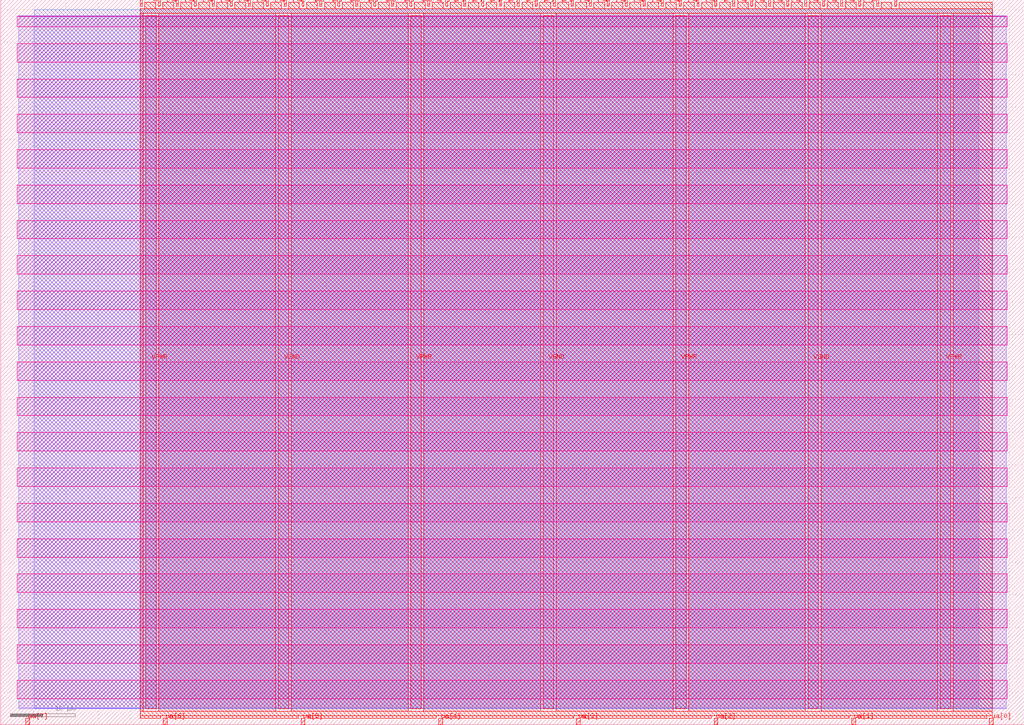
<source format=lef>
VERSION 5.7 ;
  NOWIREEXTENSIONATPIN ON ;
  DIVIDERCHAR "/" ;
  BUSBITCHARS "[]" ;
MACRO tt_um_urish_ringosc_cnt
  CLASS BLOCK ;
  FOREIGN tt_um_urish_ringosc_cnt ;
  ORIGIN 0.000 0.000 ;
  SIZE 157.320 BY 111.520 ;
  PIN VGND
    DIRECTION INOUT ;
    USE GROUND ;
    PORT
      LAYER met4 ;
        RECT 42.670 2.480 44.270 109.040 ;
    END
    PORT
      LAYER met4 ;
        RECT 83.380 2.480 84.980 109.040 ;
    END
    PORT
      LAYER met4 ;
        RECT 124.090 2.480 125.690 109.040 ;
    END
  END VGND
  PIN VPWR
    DIRECTION INOUT ;
    USE POWER ;
    PORT
      LAYER met4 ;
        RECT 22.315 2.480 23.915 109.040 ;
    END
    PORT
      LAYER met4 ;
        RECT 63.025 2.480 64.625 109.040 ;
    END
    PORT
      LAYER met4 ;
        RECT 103.735 2.480 105.335 109.040 ;
    END
    PORT
      LAYER met4 ;
        RECT 144.445 2.480 146.045 109.040 ;
    END
  END VPWR
  PIN clk
    DIRECTION INPUT ;
    USE SIGNAL ;
    PORT
      LAYER met4 ;
        RECT 134.630 110.520 134.930 111.520 ;
    END
  END clk
  PIN ena
    DIRECTION INPUT ;
    USE SIGNAL ;
    PORT
      LAYER met4 ;
        RECT 137.390 110.520 137.690 111.520 ;
    END
  END ena
  PIN rst_n
    DIRECTION INPUT ;
    USE SIGNAL ;
    PORT
      LAYER met4 ;
        RECT 131.870 110.520 132.170 111.520 ;
    END
  END rst_n
  PIN ua[0]
    DIRECTION INOUT ;
    USE SIGNAL ;
    ANTENNADIFFAREA 0.795200 ;
    PORT
      LAYER met4 ;
        RECT 151.960 0.000 152.560 1.000 ;
    END
  END ua[0]
  PIN ua[1]
    DIRECTION INOUT ;
    USE SIGNAL ;
    ANTENNAGATEAREA 0.213000 ;
    PORT
      LAYER met4 ;
        RECT 130.800 0.000 131.400 1.000 ;
    END
  END ua[1]
  PIN ua[2]
    DIRECTION INOUT ;
    USE SIGNAL ;
    PORT
      LAYER met4 ;
        RECT 109.640 0.000 110.240 1.000 ;
    END
  END ua[2]
  PIN ua[3]
    DIRECTION INOUT ;
    USE SIGNAL ;
    PORT
      LAYER met4 ;
        RECT 88.480 0.000 89.080 1.000 ;
    END
  END ua[3]
  PIN ua[4]
    DIRECTION INOUT ;
    USE SIGNAL ;
    PORT
      LAYER met4 ;
        RECT 67.320 0.000 67.920 1.000 ;
    END
  END ua[4]
  PIN ua[5]
    DIRECTION INOUT ;
    USE SIGNAL ;
    PORT
      LAYER met4 ;
        RECT 46.160 0.000 46.760 1.000 ;
    END
  END ua[5]
  PIN ua[6]
    DIRECTION INOUT ;
    USE SIGNAL ;
    PORT
      LAYER met4 ;
        RECT 25.000 0.000 25.600 1.000 ;
    END
  END ua[6]
  PIN ua[7]
    DIRECTION INOUT ;
    USE SIGNAL ;
    PORT
      LAYER met4 ;
        RECT 3.840 0.000 4.440 1.000 ;
    END
  END ua[7]
  PIN ui_in[0]
    DIRECTION INPUT ;
    USE SIGNAL ;
    ANTENNAGATEAREA 0.196500 ;
    PORT
      LAYER met4 ;
        RECT 129.110 110.520 129.410 111.520 ;
    END
  END ui_in[0]
  PIN ui_in[1]
    DIRECTION INPUT ;
    USE SIGNAL ;
    ANTENNAGATEAREA 0.196500 ;
    PORT
      LAYER met4 ;
        RECT 126.350 110.520 126.650 111.520 ;
    END
  END ui_in[1]
  PIN ui_in[2]
    DIRECTION INPUT ;
    USE SIGNAL ;
    ANTENNAGATEAREA 0.213000 ;
    PORT
      LAYER met4 ;
        RECT 123.590 110.520 123.890 111.520 ;
    END
  END ui_in[2]
  PIN ui_in[3]
    DIRECTION INPUT ;
    USE SIGNAL ;
    ANTENNAGATEAREA 0.196500 ;
    PORT
      LAYER met4 ;
        RECT 120.830 110.520 121.130 111.520 ;
    END
  END ui_in[3]
  PIN ui_in[4]
    DIRECTION INPUT ;
    USE SIGNAL ;
    ANTENNAGATEAREA 0.196500 ;
    PORT
      LAYER met4 ;
        RECT 118.070 110.520 118.370 111.520 ;
    END
  END ui_in[4]
  PIN ui_in[5]
    DIRECTION INPUT ;
    USE SIGNAL ;
    ANTENNAGATEAREA 0.213000 ;
    PORT
      LAYER met4 ;
        RECT 115.310 110.520 115.610 111.520 ;
    END
  END ui_in[5]
  PIN ui_in[6]
    DIRECTION INPUT ;
    USE SIGNAL ;
    ANTENNAGATEAREA 0.196500 ;
    PORT
      LAYER met4 ;
        RECT 112.550 110.520 112.850 111.520 ;
    END
  END ui_in[6]
  PIN ui_in[7]
    DIRECTION INPUT ;
    USE SIGNAL ;
    ANTENNAGATEAREA 0.196500 ;
    PORT
      LAYER met4 ;
        RECT 109.790 110.520 110.090 111.520 ;
    END
  END ui_in[7]
  PIN uio_in[0]
    DIRECTION INPUT ;
    USE SIGNAL ;
    PORT
      LAYER met4 ;
        RECT 107.030 110.520 107.330 111.520 ;
    END
  END uio_in[0]
  PIN uio_in[1]
    DIRECTION INPUT ;
    USE SIGNAL ;
    PORT
      LAYER met4 ;
        RECT 104.270 110.520 104.570 111.520 ;
    END
  END uio_in[1]
  PIN uio_in[2]
    DIRECTION INPUT ;
    USE SIGNAL ;
    PORT
      LAYER met4 ;
        RECT 101.510 110.520 101.810 111.520 ;
    END
  END uio_in[2]
  PIN uio_in[3]
    DIRECTION INPUT ;
    USE SIGNAL ;
    PORT
      LAYER met4 ;
        RECT 98.750 110.520 99.050 111.520 ;
    END
  END uio_in[3]
  PIN uio_in[4]
    DIRECTION INPUT ;
    USE SIGNAL ;
    PORT
      LAYER met4 ;
        RECT 95.990 110.520 96.290 111.520 ;
    END
  END uio_in[4]
  PIN uio_in[5]
    DIRECTION INPUT ;
    USE SIGNAL ;
    PORT
      LAYER met4 ;
        RECT 93.230 110.520 93.530 111.520 ;
    END
  END uio_in[5]
  PIN uio_in[6]
    DIRECTION INPUT ;
    USE SIGNAL ;
    PORT
      LAYER met4 ;
        RECT 90.470 110.520 90.770 111.520 ;
    END
  END uio_in[6]
  PIN uio_in[7]
    DIRECTION INPUT ;
    USE SIGNAL ;
    PORT
      LAYER met4 ;
        RECT 87.710 110.520 88.010 111.520 ;
    END
  END uio_in[7]
  PIN uio_oe[0]
    DIRECTION OUTPUT TRISTATE ;
    USE SIGNAL ;
    ANTENNADIFFAREA 0.445500 ;
    PORT
      LAYER met4 ;
        RECT 40.790 110.520 41.090 111.520 ;
    END
  END uio_oe[0]
  PIN uio_oe[1]
    DIRECTION OUTPUT TRISTATE ;
    USE SIGNAL ;
    ANTENNADIFFAREA 0.445500 ;
    PORT
      LAYER met4 ;
        RECT 38.030 110.520 38.330 111.520 ;
    END
  END uio_oe[1]
  PIN uio_oe[2]
    DIRECTION OUTPUT TRISTATE ;
    USE SIGNAL ;
    ANTENNADIFFAREA 0.445500 ;
    PORT
      LAYER met4 ;
        RECT 35.270 110.520 35.570 111.520 ;
    END
  END uio_oe[2]
  PIN uio_oe[3]
    DIRECTION OUTPUT TRISTATE ;
    USE SIGNAL ;
    ANTENNADIFFAREA 0.445500 ;
    PORT
      LAYER met4 ;
        RECT 32.510 110.520 32.810 111.520 ;
    END
  END uio_oe[3]
  PIN uio_oe[4]
    DIRECTION OUTPUT TRISTATE ;
    USE SIGNAL ;
    ANTENNADIFFAREA 0.445500 ;
    PORT
      LAYER met4 ;
        RECT 29.750 110.520 30.050 111.520 ;
    END
  END uio_oe[4]
  PIN uio_oe[5]
    DIRECTION OUTPUT TRISTATE ;
    USE SIGNAL ;
    ANTENNADIFFAREA 0.445500 ;
    PORT
      LAYER met4 ;
        RECT 26.990 110.520 27.290 111.520 ;
    END
  END uio_oe[5]
  PIN uio_oe[6]
    DIRECTION OUTPUT TRISTATE ;
    USE SIGNAL ;
    ANTENNADIFFAREA 0.445500 ;
    PORT
      LAYER met4 ;
        RECT 24.230 110.520 24.530 111.520 ;
    END
  END uio_oe[6]
  PIN uio_oe[7]
    DIRECTION OUTPUT TRISTATE ;
    USE SIGNAL ;
    ANTENNADIFFAREA 0.445500 ;
    PORT
      LAYER met4 ;
        RECT 21.470 110.520 21.770 111.520 ;
    END
  END uio_oe[7]
  PIN uio_out[0]
    DIRECTION OUTPUT TRISTATE ;
    USE SIGNAL ;
    ANTENNADIFFAREA 0.445500 ;
    PORT
      LAYER met4 ;
        RECT 62.870 110.520 63.170 111.520 ;
    END
  END uio_out[0]
  PIN uio_out[1]
    DIRECTION OUTPUT TRISTATE ;
    USE SIGNAL ;
    ANTENNADIFFAREA 0.445500 ;
    PORT
      LAYER met4 ;
        RECT 60.110 110.520 60.410 111.520 ;
    END
  END uio_out[1]
  PIN uio_out[2]
    DIRECTION OUTPUT TRISTATE ;
    USE SIGNAL ;
    ANTENNADIFFAREA 0.445500 ;
    PORT
      LAYER met4 ;
        RECT 57.350 110.520 57.650 111.520 ;
    END
  END uio_out[2]
  PIN uio_out[3]
    DIRECTION OUTPUT TRISTATE ;
    USE SIGNAL ;
    ANTENNADIFFAREA 0.445500 ;
    PORT
      LAYER met4 ;
        RECT 54.590 110.520 54.890 111.520 ;
    END
  END uio_out[3]
  PIN uio_out[4]
    DIRECTION OUTPUT TRISTATE ;
    USE SIGNAL ;
    ANTENNADIFFAREA 0.445500 ;
    PORT
      LAYER met4 ;
        RECT 51.830 110.520 52.130 111.520 ;
    END
  END uio_out[4]
  PIN uio_out[5]
    DIRECTION OUTPUT TRISTATE ;
    USE SIGNAL ;
    ANTENNADIFFAREA 0.445500 ;
    PORT
      LAYER met4 ;
        RECT 49.070 110.520 49.370 111.520 ;
    END
  END uio_out[5]
  PIN uio_out[6]
    DIRECTION OUTPUT TRISTATE ;
    USE SIGNAL ;
    ANTENNADIFFAREA 0.445500 ;
    PORT
      LAYER met4 ;
        RECT 46.310 110.520 46.610 111.520 ;
    END
  END uio_out[6]
  PIN uio_out[7]
    DIRECTION OUTPUT TRISTATE ;
    USE SIGNAL ;
    ANTENNADIFFAREA 0.445500 ;
    PORT
      LAYER met4 ;
        RECT 43.550 110.520 43.850 111.520 ;
    END
  END uio_out[7]
  PIN uo_out[0]
    DIRECTION OUTPUT TRISTATE ;
    USE SIGNAL ;
    ANTENNADIFFAREA 0.445500 ;
    PORT
      LAYER met4 ;
        RECT 84.950 110.520 85.250 111.520 ;
    END
  END uo_out[0]
  PIN uo_out[1]
    DIRECTION OUTPUT TRISTATE ;
    USE SIGNAL ;
    ANTENNADIFFAREA 0.795200 ;
    PORT
      LAYER met4 ;
        RECT 82.190 110.520 82.490 111.520 ;
    END
  END uo_out[1]
  PIN uo_out[2]
    DIRECTION OUTPUT TRISTATE ;
    USE SIGNAL ;
    ANTENNADIFFAREA 0.445500 ;
    PORT
      LAYER met4 ;
        RECT 79.430 110.520 79.730 111.520 ;
    END
  END uo_out[2]
  PIN uo_out[3]
    DIRECTION OUTPUT TRISTATE ;
    USE SIGNAL ;
    ANTENNADIFFAREA 0.445500 ;
    PORT
      LAYER met4 ;
        RECT 76.670 110.520 76.970 111.520 ;
    END
  END uo_out[3]
  PIN uo_out[4]
    DIRECTION OUTPUT TRISTATE ;
    USE SIGNAL ;
    ANTENNADIFFAREA 0.445500 ;
    PORT
      LAYER met4 ;
        RECT 73.910 110.520 74.210 111.520 ;
    END
  END uo_out[4]
  PIN uo_out[5]
    DIRECTION OUTPUT TRISTATE ;
    USE SIGNAL ;
    ANTENNADIFFAREA 0.445500 ;
    PORT
      LAYER met4 ;
        RECT 71.150 110.520 71.450 111.520 ;
    END
  END uo_out[5]
  PIN uo_out[6]
    DIRECTION OUTPUT TRISTATE ;
    USE SIGNAL ;
    ANTENNADIFFAREA 0.795200 ;
    PORT
      LAYER met4 ;
        RECT 68.390 110.520 68.690 111.520 ;
    END
  END uo_out[6]
  PIN uo_out[7]
    DIRECTION OUTPUT TRISTATE ;
    USE SIGNAL ;
    ANTENNADIFFAREA 0.445500 ;
    PORT
      LAYER met4 ;
        RECT 65.630 110.520 65.930 111.520 ;
    END
  END uo_out[7]
  OBS
      LAYER nwell ;
        RECT 2.570 107.385 154.750 108.990 ;
        RECT 2.570 101.945 154.750 104.775 ;
        RECT 2.570 96.505 154.750 99.335 ;
        RECT 2.570 91.065 154.750 93.895 ;
        RECT 2.570 85.625 154.750 88.455 ;
        RECT 2.570 80.185 154.750 83.015 ;
        RECT 2.570 74.745 154.750 77.575 ;
        RECT 2.570 69.305 154.750 72.135 ;
        RECT 2.570 63.865 154.750 66.695 ;
        RECT 2.570 58.425 154.750 61.255 ;
        RECT 2.570 52.985 154.750 55.815 ;
        RECT 2.570 47.545 154.750 50.375 ;
        RECT 2.570 42.105 154.750 44.935 ;
        RECT 2.570 36.665 154.750 39.495 ;
        RECT 2.570 31.225 154.750 34.055 ;
        RECT 2.570 25.785 154.750 28.615 ;
        RECT 2.570 20.345 154.750 23.175 ;
        RECT 2.570 14.905 154.750 17.735 ;
        RECT 2.570 9.465 154.750 12.295 ;
        RECT 2.570 4.025 154.750 6.855 ;
      LAYER li1 ;
        RECT 2.760 2.635 154.560 108.885 ;
      LAYER met1 ;
        RECT 2.760 2.480 154.560 109.040 ;
      LAYER met2 ;
        RECT 5.160 2.535 150.320 110.005 ;
      LAYER met3 ;
        RECT 21.430 2.555 152.450 109.985 ;
      LAYER met4 ;
        RECT 22.170 110.120 23.830 111.170 ;
        RECT 24.930 110.120 26.590 111.170 ;
        RECT 27.690 110.120 29.350 111.170 ;
        RECT 30.450 110.120 32.110 111.170 ;
        RECT 33.210 110.120 34.870 111.170 ;
        RECT 35.970 110.120 37.630 111.170 ;
        RECT 38.730 110.120 40.390 111.170 ;
        RECT 41.490 110.120 43.150 111.170 ;
        RECT 44.250 110.120 45.910 111.170 ;
        RECT 47.010 110.120 48.670 111.170 ;
        RECT 49.770 110.120 51.430 111.170 ;
        RECT 52.530 110.120 54.190 111.170 ;
        RECT 55.290 110.120 56.950 111.170 ;
        RECT 58.050 110.120 59.710 111.170 ;
        RECT 60.810 110.120 62.470 111.170 ;
        RECT 63.570 110.120 65.230 111.170 ;
        RECT 66.330 110.120 67.990 111.170 ;
        RECT 69.090 110.120 70.750 111.170 ;
        RECT 71.850 110.120 73.510 111.170 ;
        RECT 74.610 110.120 76.270 111.170 ;
        RECT 77.370 110.120 79.030 111.170 ;
        RECT 80.130 110.120 81.790 111.170 ;
        RECT 82.890 110.120 84.550 111.170 ;
        RECT 85.650 110.120 87.310 111.170 ;
        RECT 88.410 110.120 90.070 111.170 ;
        RECT 91.170 110.120 92.830 111.170 ;
        RECT 93.930 110.120 95.590 111.170 ;
        RECT 96.690 110.120 98.350 111.170 ;
        RECT 99.450 110.120 101.110 111.170 ;
        RECT 102.210 110.120 103.870 111.170 ;
        RECT 104.970 110.120 106.630 111.170 ;
        RECT 107.730 110.120 109.390 111.170 ;
        RECT 110.490 110.120 112.150 111.170 ;
        RECT 113.250 110.120 114.910 111.170 ;
        RECT 116.010 110.120 117.670 111.170 ;
        RECT 118.770 110.120 120.430 111.170 ;
        RECT 121.530 110.120 123.190 111.170 ;
        RECT 124.290 110.120 125.950 111.170 ;
        RECT 127.050 110.120 128.710 111.170 ;
        RECT 129.810 110.120 131.470 111.170 ;
        RECT 132.570 110.120 134.230 111.170 ;
        RECT 135.330 110.120 136.990 111.170 ;
        RECT 138.090 110.120 152.425 111.170 ;
        RECT 21.455 109.440 152.425 110.120 ;
        RECT 21.455 2.080 21.915 109.440 ;
        RECT 24.315 2.080 42.270 109.440 ;
        RECT 44.670 2.080 62.625 109.440 ;
        RECT 65.025 2.080 82.980 109.440 ;
        RECT 85.380 2.080 103.335 109.440 ;
        RECT 105.735 2.080 123.690 109.440 ;
        RECT 126.090 2.080 144.045 109.440 ;
        RECT 146.445 2.080 152.425 109.440 ;
        RECT 21.455 1.400 152.425 2.080 ;
        RECT 21.455 1.000 24.600 1.400 ;
        RECT 26.000 1.000 45.760 1.400 ;
        RECT 47.160 1.000 66.920 1.400 ;
        RECT 68.320 1.000 88.080 1.400 ;
        RECT 89.480 1.000 109.240 1.400 ;
        RECT 110.640 1.000 130.400 1.400 ;
        RECT 131.800 1.000 151.560 1.400 ;
  END
END tt_um_urish_ringosc_cnt
END LIBRARY


</source>
